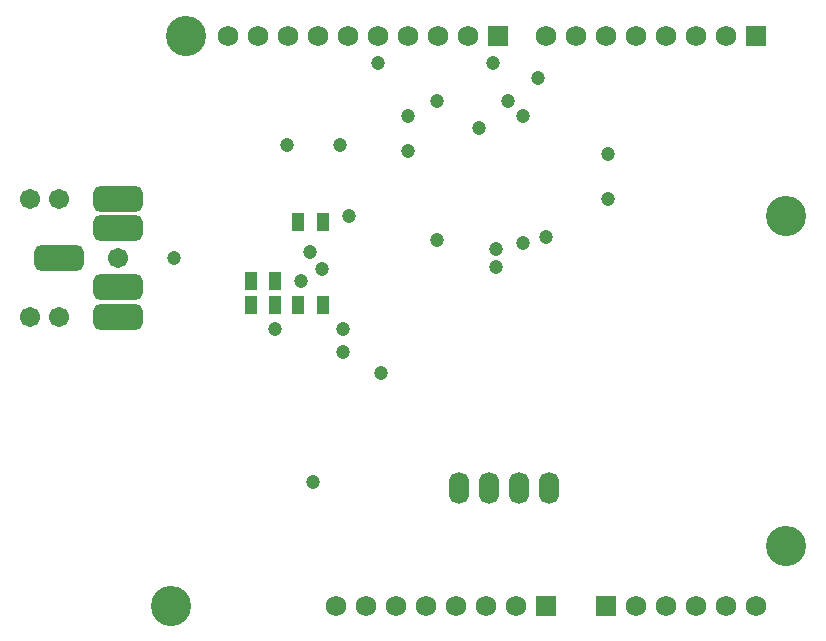
<source format=gbs>
%FSLAX25Y25*%
%MOIN*%
G70*
G01*
G75*
G04 Layer_Color=16711935*
%ADD10R,0.05512X0.03543*%
%ADD11R,0.03543X0.05512*%
%ADD12O,0.05512X0.01181*%
%ADD13O,0.01181X0.05512*%
%ADD14O,0.02362X0.05906*%
%ADD15R,0.02362X0.03937*%
%ADD16R,0.01575X0.03347*%
%ADD17R,0.03150X0.05512*%
%ADD18R,0.05512X0.03150*%
%ADD19C,0.01000*%
%ADD20C,0.02000*%
%ADD21C,0.02500*%
%ADD22C,0.03937*%
%ADD23C,0.12598*%
%ADD24R,0.06000X0.06000*%
%ADD25C,0.06000*%
%ADD26O,0.05906X0.09843*%
G04:AMPARAMS|DCode=27|XSize=157.48mil|YSize=78.74mil|CornerRadius=19.69mil|HoleSize=0mil|Usage=FLASHONLY|Rotation=0.000|XOffset=0mil|YOffset=0mil|HoleType=Round|Shape=RoundedRectangle|*
%AMROUNDEDRECTD27*
21,1,0.15748,0.03937,0,0,0.0*
21,1,0.11811,0.07874,0,0,0.0*
1,1,0.03937,0.05906,-0.01969*
1,1,0.03937,-0.05906,-0.01969*
1,1,0.03937,-0.05906,0.01969*
1,1,0.03937,0.05906,0.01969*
%
%ADD27ROUNDEDRECTD27*%
%ADD28C,0.05906*%
%ADD29C,0.04000*%
%ADD30C,0.00984*%
%ADD31C,0.02362*%
%ADD32C,0.01969*%
%ADD33C,0.00787*%
%ADD34C,0.00600*%
%ADD35C,0.00500*%
%ADD36R,0.06312X0.04343*%
%ADD37R,0.04343X0.06312*%
%ADD38O,0.06312X0.01981*%
%ADD39O,0.01981X0.06312*%
%ADD40O,0.03162X0.06706*%
%ADD41R,0.03162X0.04737*%
%ADD42R,0.02375X0.04147*%
%ADD43R,0.03950X0.06312*%
%ADD44R,0.06312X0.03950*%
%ADD45C,0.04737*%
%ADD46C,0.13398*%
%ADD47R,0.06800X0.06800*%
%ADD48C,0.06800*%
%ADD49O,0.06706X0.10642*%
G04:AMPARAMS|DCode=50|XSize=165.48mil|YSize=86.74mil|CornerRadius=23.69mil|HoleSize=0mil|Usage=FLASHONLY|Rotation=0.000|XOffset=0mil|YOffset=0mil|HoleType=Round|Shape=RoundedRectangle|*
%AMROUNDEDRECTD50*
21,1,0.16548,0.03937,0,0,0.0*
21,1,0.11811,0.08674,0,0,0.0*
1,1,0.04737,0.05906,-0.01969*
1,1,0.04737,-0.05906,-0.01969*
1,1,0.04737,-0.05906,0.01969*
1,1,0.04737,0.05906,0.01969*
%
%ADD50ROUNDEDRECTD50*%
%ADD51C,0.06706*%
D37*
X105512Y137795D02*
D03*
X97244D02*
D03*
X89764Y118110D02*
D03*
X81496D02*
D03*
X97244Y110236D02*
D03*
X105512D02*
D03*
X89764D02*
D03*
X81496D02*
D03*
D45*
X56102Y125984D02*
D03*
X125000Y87598D02*
D03*
X157480Y169291D02*
D03*
X200787Y160433D02*
D03*
X114173Y139764D02*
D03*
X177165Y185863D02*
D03*
X162402Y190945D02*
D03*
X124016D02*
D03*
X102362Y51181D02*
D03*
X143701Y178150D02*
D03*
X167323D02*
D03*
X133858Y173228D02*
D03*
X172244D02*
D03*
X180118Y132874D02*
D03*
X163386Y123031D02*
D03*
Y128937D02*
D03*
X172244Y130905D02*
D03*
X89567Y102362D02*
D03*
X133858Y161417D02*
D03*
X200787Y145669D02*
D03*
X143701Y131890D02*
D03*
X112205Y102362D02*
D03*
Y94488D02*
D03*
X98425Y118110D02*
D03*
X105315Y122047D02*
D03*
X111221Y163386D02*
D03*
X93504D02*
D03*
X101378Y127953D02*
D03*
D46*
X260000Y30000D02*
D03*
Y140000D02*
D03*
X55000Y10000D02*
D03*
X60000Y200000D02*
D03*
D47*
X164000D02*
D03*
X180000Y10000D02*
D03*
X250000Y200000D02*
D03*
X200000Y10000D02*
D03*
D48*
X154000Y200000D02*
D03*
X144000D02*
D03*
X134000D02*
D03*
X124000D02*
D03*
X114000D02*
D03*
X104000D02*
D03*
X94000D02*
D03*
X84000D02*
D03*
X74000D02*
D03*
X150000Y10000D02*
D03*
X140000D02*
D03*
X130000D02*
D03*
X120000D02*
D03*
X110000D02*
D03*
X170000D02*
D03*
X160000D02*
D03*
X220000Y200000D02*
D03*
X210000D02*
D03*
X200000D02*
D03*
X190000D02*
D03*
X180000D02*
D03*
X240000D02*
D03*
X230000D02*
D03*
X210000Y10000D02*
D03*
X220000D02*
D03*
X230000D02*
D03*
X240000D02*
D03*
X250000D02*
D03*
D49*
X181102Y49213D02*
D03*
X171102D02*
D03*
X161102D02*
D03*
X151102D02*
D03*
D50*
X37402Y145669D02*
D03*
Y135827D02*
D03*
Y106299D02*
D03*
Y116142D02*
D03*
X17717Y125984D02*
D03*
D51*
X7874Y106299D02*
D03*
X17717D02*
D03*
X7874Y145669D02*
D03*
X17717D02*
D03*
X37402Y125984D02*
D03*
M02*

</source>
